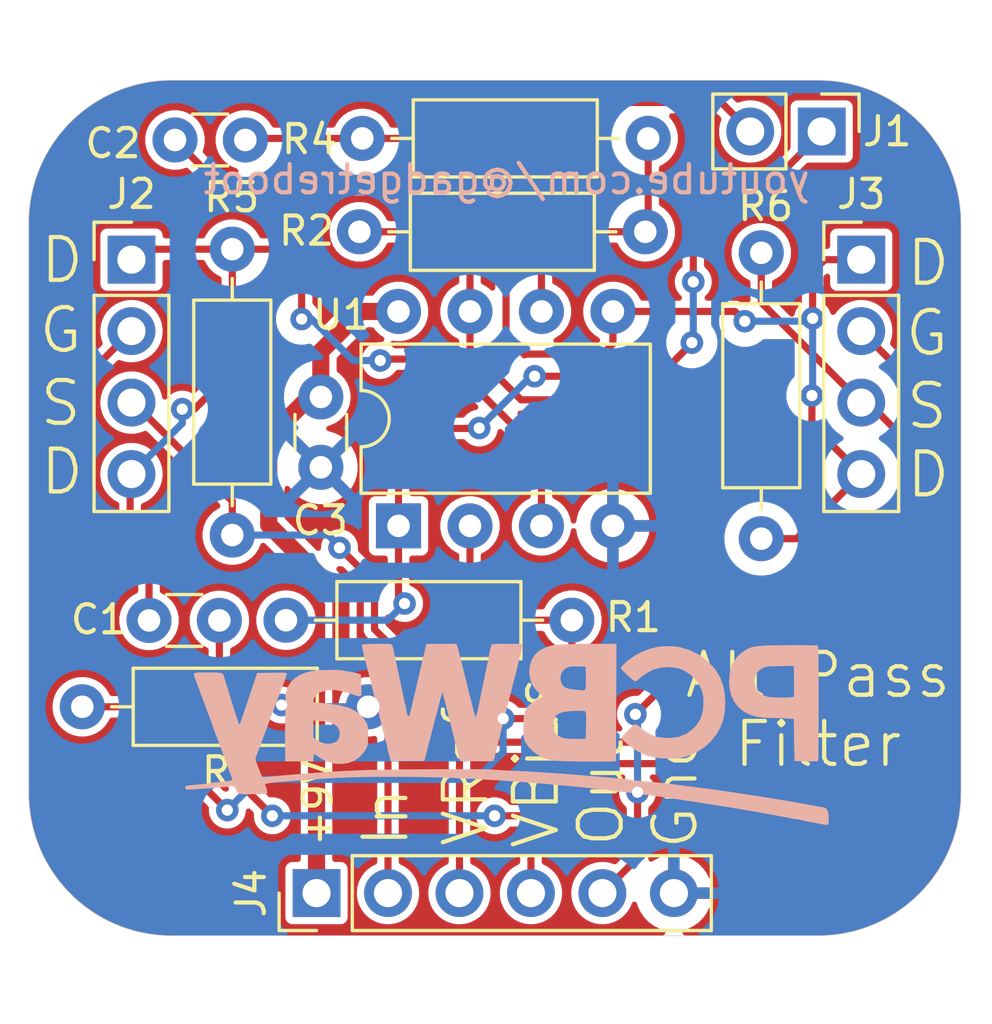
<source format=kicad_pcb>
(kicad_pcb (version 20241229) (generator "pcbnew") (generator_version "9.0")
  (layers (0 "F.Cu" signal) (2 "B.Cu" signal) (13 "F.Paste" user) (15 "B.Paste" user) (5 "F.SilkS" user) (7 "B.SilkS" user) (1 "F.Mask" user) (3 "B.Mask" user) (25 "Edge.Cuts" user))
  (net 0 "")
  (net 1 "GNDREF")
  (net 2 "Net-(J2-Pin_1)")
  (net 3 "VCC")
  (net 4 "Net-(J4-Pin_2)")
  (net 5 "Net-(J1-Pin_2)")
  (net 6 "Net-(J3-Pin_1)")
  (net 7 "Net-(J1-Pin_1)")
  (net 8 "Net-(J2-Pin_3)")
  (net 9 "Net-(J2-Pin_2)")
  (net 10 "Net-(J4-Pin_5)")
  (net 11 "Net-(U1A--)")
  (net 12 "Net-(U1B--)")
  (footprint "Capacitor_THT:C_Disc_D3.0mm_W1.6mm_P2.50mm" (layer "F.Cu") (at 94.790201 85.157 180)
    (property "Reference" "C1" (at 4.298 0.032801 0) (layer "F.SilkS"))
    (property "Value" "47nF")
    (pad "1" thru_hole circle (at 0 0 180) (size 1.6 1.6) (drill 0.8) (layers "*.Cu" "*.Mask") (net 4 "Net-(J4-Pin_2)"))
    (pad "2" thru_hole circle (at 2.5 0 180) (size 1.6 1.6) (drill 0.8) (layers "*.Cu" "*.Mask") (net 2 "Net-(J2-Pin_1)"))
  )
  (footprint "Capacitor_THT:C_Disc_D3.0mm_W1.6mm_P2.50mm" (layer "F.Cu") (at 95.713 68.0826 180)
    (property "Reference" "C2" (at 4.7044 -0.119599 0) (layer "F.SilkS"))
    (property "Value" "47nF")
    (pad "1" thru_hole circle (at 0 0 180) (size 1.6 1.6) (drill 0.8) (layers "*.Cu" "*.Mask") (net 5 "Net-(J1-Pin_2)"))
    (pad "2" thru_hole circle (at 2.5 0 180) (size 1.6 1.6) (drill 0.8) (layers "*.Cu" "*.Mask") (net 6 "Net-(J3-Pin_1)"))
  )
  (footprint "Capacitor_THT:C_Disc_D3.0mm_W1.6mm_P2.50mm" (layer "F.Cu") (at 98.3962 79.7154 90)
    (property "Reference" "C3" (at -1.890799 -0.0172 180) (layer "F.SilkS"))
    (property "Value" "100nF")
    (pad "1" thru_hole circle (at 0 0 90) (size 1.6 1.6) (drill 0.8) (layers "*.Cu" "*.Mask") (net 1 "GNDREF"))
    (pad "2" thru_hole circle (at 2.5 0 90) (size 1.6 1.6) (drill 0.8) (layers "*.Cu" "*.Mask") (net 3 "VCC"))
  )
  (footprint "Resistor_THT:R_Axial_DIN0207_L6.3mm_D2.5mm_P10.16mm_Horizontal" (layer "F.Cu") (at 97.1578 85.149)
    (property "Reference" "R1" (at 12.3444 -0.1012 0) (layer "F.SilkS"))
    (property "Value" "10K")
    (pad "1" thru_hole circle (at 0 0) (size 1.6 1.6) (drill 0.8) (layers "*.Cu" "*.Mask") (net 7 "Net-(J1-Pin_1)"))
    (pad "2" thru_hole oval (at 10.16 0) (size 1.6 1.6) (drill 0.8) (layers "*.Cu" "*.Mask") (net 11 "Net-(U1A--)"))
  )
  (footprint "Resistor_THT:R_Axial_DIN0207_L6.3mm_D2.5mm_P10.16mm_Horizontal" (layer "F.Cu") (at 99.7674 71.3458)
    (property "Reference" "R2" (at -1.8796 -0.0332 0) (layer "F.SilkS"))
    (property "Value" "10K")
    (pad "1" thru_hole circle (at 0 0) (size 1.6 1.6) (drill 0.8) (layers "*.Cu" "*.Mask") (net 10 "Net-(J4-Pin_5)"))
    (pad "2" thru_hole oval (at 10.16 0) (size 1.6 1.6) (drill 0.8) (layers "*.Cu" "*.Mask") (net 12 "Net-(U1B--)"))
  )
  (footprint "Resistor_THT:R_Axial_DIN0207_L6.3mm_D2.5mm_P10.16mm_Horizontal" (layer "F.Cu") (at 89.9186 88.226199)
    (property "Reference" "R3" (at 5.2324 2.303599 0) (layer "F.SilkS"))
    (property "Value" "10K")
    (pad "1" thru_hole circle (at 0 0) (size 1.6 1.6) (drill 0.8) (layers "*.Cu" "*.Mask") (net 11 "Net-(U1A--)"))
    (pad "2" thru_hole oval (at 10.16 0) (size 1.6 1.6) (drill 0.8) (layers "*.Cu" "*.Mask") (net 4 "Net-(J4-Pin_2)"))
  )
  (footprint "Resistor_THT:R_Axial_DIN0207_L6.3mm_D2.5mm_P10.16mm_Horizontal" (layer "F.Cu") (at 110.0302 68.027 180)
    (property "Reference" "R4" (at 12.0396 -0.033201 0) (layer "F.SilkS"))
    (property "Value" "10K")
    (pad "1" thru_hole circle (at 0 0 180) (size 1.6 1.6) (drill 0.8) (layers "*.Cu" "*.Mask") (net 12 "Net-(U1B--)"))
    (pad "2" thru_hole oval (at 10.16 0 180) (size 1.6 1.6) (drill 0.8) (layers "*.Cu" "*.Mask") (net 5 "Net-(J1-Pin_2)"))
  )
  (footprint "Resistor_THT:R_Axial_DIN0207_L6.3mm_D2.5mm_P10.16mm_Horizontal" (layer "F.Cu") (at 95.2482 71.9634 -90)
    (property "Reference" "R5" (at -1.84 0.0184 0) (layer "F.SilkS"))
    (property "Value" "24K")
    (pad "1" thru_hole circle (at 0 0 270) (size 1.6 1.6) (drill 0.8) (layers "*.Cu" "*.Mask") (net 2 "Net-(J2-Pin_1)"))
    (pad "2" thru_hole oval (at 10.16 0 270) (size 1.6 1.6) (drill 0.8) (layers "*.Cu" "*.Mask") (net 8 "Net-(J2-Pin_3)"))
  )
  (footprint "Package_DIP:DIP-8_W7.62mm" (layer "F.Cu") (at 101.157 81.7966 90)
    (property "Reference" "U1" (at 7.4972 -2.0376 180) (layer "F.SilkS"))
    (property "Value" "TL072")
    (pad "1" thru_hole rect (at 0 0 90) (size 1.6 1.6) (drill 0.8) (layers "*.Cu" "*.Mask") (net 7 "Net-(J1-Pin_1)"))
    (pad "2" thru_hole oval (at 0 2.54 90) (size 1.6 1.6) (drill 0.8) (layers "*.Cu" "*.Mask") (net 11 "Net-(U1A--)"))
    (pad "3" thru_hole oval (at 0 5.079999 90) (size 1.6 1.6) (drill 0.8) (layers "*.Cu" "*.Mask") (net 2 "Net-(J2-Pin_1)"))
    (pad "4" thru_hole oval (at 0 7.62 90) (size 1.6 1.6) (drill 0.8) (layers "*.Cu" "*.Mask") (net 1 "GNDREF"))
    (pad "5" thru_hole oval (at 7.62 7.62 90) (size 1.6 1.6) (drill 0.8) (layers "*.Cu" "*.Mask") (net 6 "Net-(J3-Pin_1)"))
    (pad "6" thru_hole oval (at 7.62 5.08 90) (size 1.6 1.6) (drill 0.8) (layers "*.Cu" "*.Mask") (net 12 "Net-(U1B--)"))
    (pad "7" thru_hole oval (at 7.62 2.54 90) (size 1.6 1.6) (drill 0.8) (layers "*.Cu" "*.Mask") (net 10 "Net-(J4-Pin_5)"))
    (pad "8" thru_hole oval (at 7.62 0 90) (size 1.6 1.6) (drill 0.8) (layers "*.Cu" "*.Mask") (net 3 "VCC"))
  )
  (footprint "Resistor_THT:R_Axial_DIN0207_L6.3mm_D2.5mm_P10.16mm_Horizontal" (layer "F.Cu") (at 114.0494 82.2518 90)
    (property "Reference" "R6" (at 11.813199 0.1556 180) (layer "F.SilkS"))
    (property "Value" "24K")
    (pad "1" thru_hole circle (at 0 0 90) (size 1.6 1.6) (drill 0.8) (layers "*.Cu" "*.Mask") (net 6 "Net-(J3-Pin_1)"))
    (pad "2" thru_hole oval (at 10.16 0 90) (size 1.6 1.6) (drill 0.8) (layers "*.Cu" "*.Mask") (net 8 "Net-(J2-Pin_3)"))
  )
  (footprint "Connector_PinHeader_2.54mm:PinHeader_1x02_P2.54mm_Vertical" (layer "F.Cu") (at 116.1966 67.780599 -90)
    (property "Reference" "J1" (at 0 -2.33 180) (layer "F.SilkS"))
    (property "Value" "Conn_01x02")
    (pad "1" thru_hole rect (at 0 0 270) (size 1.7 1.7) (drill 1) (layers "*.Cu" "*.Mask") (net 7 "Net-(J1-Pin_1)"))
    (pad "2" thru_hole oval (at 0 2.54 270) (size 1.7 1.7) (drill 1) (layers "*.Cu" "*.Mask") (net 5 "Net-(J1-Pin_2)"))
  )
  (footprint "Connector_PinHeader_2.54mm:PinHeader_1x06_P2.54mm_Vertical" (layer "F.Cu") (at 98.2434 94.8474 90)
    (property "Reference" "J4" (at 0 -2.33 90) (layer "F.SilkS"))
    (property "Value" "Conn_01x06")
    (pad "1" thru_hole rect (at 0 0 90) (size 1.7 1.7) (drill 1) (layers "*.Cu" "*.Mask") (net 3 "VCC"))
    (pad "2" thru_hole oval (at 0 2.54 90) (size 1.7 1.7) (drill 1) (layers "*.Cu" "*.Mask") (net 4 "Net-(J4-Pin_2)"))
    (pad "3" thru_hole oval (at 0 5.079999 90) (size 1.7 1.7) (drill 1) (layers "*.Cu" "*.Mask") (net 8 "Net-(J2-Pin_3)"))
    (pad "4" thru_hole oval (at 0 7.62 90) (size 1.7 1.7) (drill 1) (layers "*.Cu" "*.Mask") (net 9 "Net-(J2-Pin_2)"))
    (pad "5" thru_hole oval (at 0 10.16 90) (size 1.7 1.7) (drill 1) (layers "*.Cu" "*.Mask") (net 10 "Net-(J4-Pin_5)"))
    (pad "6" thru_hole oval (at 0 12.7 90) (size 1.7 1.7) (drill 1) (layers "*.Cu" "*.Mask") (net 1 "GNDREF"))
  )
  (footprint "Connector_PinHeader_2.54mm:PinHeader_1x04_P2.54mm_Vertical" (layer "F.Cu") (at 117.6018 72.3354)
    (property "Reference" "J3" (at 0 -2.33 0) (layer "F.SilkS"))
    (property "Value" "Conn_01x04")
    (pad "1" thru_hole rect (at 0 0) (size 1.7 1.7) (drill 1) (layers "*.Cu" "*.Mask") (net 6 "Net-(J3-Pin_1)"))
    (pad "2" thru_hole oval (at 0 2.54) (size 1.7 1.7) (drill 1) (layers "*.Cu" "*.Mask") (net 9 "Net-(J2-Pin_2)"))
    (pad "3" thru_hole oval (at 0 5.08) (size 1.7 1.7) (drill 1) (layers "*.Cu" "*.Mask") (net 8 "Net-(J2-Pin_3)"))
    (pad "4" thru_hole oval (at 0 7.62) (size 1.7 1.7) (drill 1) (layers "*.Cu" "*.Mask") (net 6 "Net-(J3-Pin_1)"))
  )
  (footprint "Connector_PinHeader_2.54mm:PinHeader_1x04_P2.54mm_Vertical" (layer "F.Cu") (at 91.666599 72.3354)
    (property "Reference" "J2" (at 0 -2.33 0) (layer "F.SilkS"))
    (property "Value" "Conn_01x04")
    (pad "1" thru_hole rect (at 0 0) (size 1.7 1.7) (drill 1) (layers "*.Cu" "*.Mask") (net 2 "Net-(J2-Pin_1)"))
    (pad "2" thru_hole oval (at 0 2.54) (size 1.7 1.7) (drill 1) (layers "*.Cu" "*.Mask") (net 9 "Net-(J2-Pin_2)"))
    (pad "3" thru_hole oval (at 0 5.079999) (size 1.7 1.7) (drill 1) (layers "*.Cu" "*.Mask") (net 8 "Net-(J2-Pin_3)"))
    (pad "4" thru_hole oval (at 0 7.62) (size 1.7 1.7) (drill 1) (layers "*.Cu" "*.Mask") (net 2 "Net-(J2-Pin_1)"))
  )
  (footprint "_Custom_Footprints:pcb way logo" (layer "B.Cu") (at 105.0096 89.8834 180)
    (property "Reference" "G***" (hide yes))
    (property "Value" "LOGO" (hide yes))
  )
  (gr_arc (start 121.15 91.284) (mid 119.662102 94.876102) (end 116.07 96.364) (stroke (width 0.0254)) (layer "Edge.Cuts"))
  (gr_arc (start 93.091 96.364) (mid 89.498898 94.876102) (end 88.011 91.284) (stroke (width 0.0254)) (layer "Edge.Cuts"))
  (gr_line (start 116.07 96.364) (end 93.091 96.364) (stroke (width 0.0254)) (layer "Edge.Cuts"))
  (gr_line (start 88.011 91.284) (end 88.011 71.038) (stroke (width 0.0254)) (layer "Edge.Cuts"))
  (gr_line (start 93.091 65.958) (end 116.07 65.958) (stroke (width 0.0254)) (layer "Edge.Cuts"))
  (gr_line (start 121.151 71.035) (end 121.151 91.281) (stroke (width 0.0254)) (layer "Edge.Cuts"))
  (gr_arc (start 88.011 71.0362) (mid 89.498898 67.444098) (end 93.091 65.9562) (stroke (width 0.0254)) (layer "Edge.Cuts"))
  (gr_arc (start 116.07 65.9562) (mid 119.662102 67.444098) (end 121.15 71.0362) (stroke (width 0.0254)) (layer "Edge.Cuts"))
  (gr_text "In" (at 100.7036 92.154 90) (layer "F.SilkS") (effects (font (size 1.524 1.524))))
  (gr_text "VRef" (at 103.5592 90.6808 90) (layer "F.SilkS") (effects (font (size 1.524 1.524))))
  (gr_text "Out" (at 108.3544 91.267 90) (layer "F.SilkS") (effects (font (size 1.524 1.524))))
  (gr_text "Gnd" (at 110.991 91.1678 90) (layer "F.SilkS") (effects (font (size 1.5 1.5))))
  (gr_text "+9V" (at 98.2906 93.263 90) (layer "F.SilkS") (effects (font (size 1 1)) (justify left)))
  (gr_text "All Pass\nFilter" (at 116.0672 88.329 0) (layer "F.SilkS") (effects (font (size 1.524 1.524))))
  (gr_text "D" (at 119.9868 79.9772 0) (layer "F.SilkS") (effects (font (size 1.524 1.524))))
  (gr_text "G" (at 89.1512 74.8464 0) (layer "F.SilkS") (effects (font (size 1.524 1.524))))
  (gr_text "S" (at 89.1512 77.4372 0) (layer "F.SilkS") (effects (font (size 1.524 1.524))))
  (gr_text "VBias" (at 106.0484 90.1728 90) (layer "F.SilkS") (effects (font (size 1.524 1.524))))
  (gr_text "D" (at 89.202 72.3572 0) (layer "F.SilkS") (effects (font (size 1.524 1.524))))
  (gr_text "S" (at 119.936 77.5388 0) (layer "F.SilkS") (effects (font (size 1.524 1.524))))
  (gr_text "G" (at 119.936 74.948 0) (layer "F.SilkS") (effects (font (size 1.524 1.524))))
  (gr_text "D" (at 89.202 79.8756 0) (layer "F.SilkS") (effects (font (size 1.524 1.524))))
  (gr_text "D" (at 119.9868 72.4588 0) (layer "F.SilkS") (effects (font (size 1.524 1.524))))
  (gr_text "youtube.com/@gadgetreboot" (at 105.0008 69.487 0) (layer "B.SilkS") (effects (font (size 1 1)) (justify mirror)))
  (segment (start 106.236999 79.236799) (end 106.236999 81.7966) (width 0.254) (layer "F.Cu") (net 2))
  (segment (start 91.6178 81.661) (end 91.6178 80.004199) (width 0.254) (layer "F.Cu") (net 2))
  (segment (start 97.7138 73.0504) (end 96.6268 71.9634) (width 0.254) (layer "F.Cu") (net 2))
  (segment (start 97.7138 74.4474) (end 97.7138 73.0504) (width 0.254) (layer "F.Cu") (net 2))
  (segment (start 92.290201 82.333401) (end 91.6178 81.661) (width 0.254) (layer "F.Cu") (net 2))
  (segment (start 100.5586 75.8698) (end 102.87 75.8698) (width 0.254) (layer "F.Cu") (net 2))
  (segment (start 91.6178 80.004199) (end 91.666599 79.9554) (width 0.254) (layer "F.Cu") (net 2))
  (segment (start 95.25 71.9652) (end 95.2482 71.9634) (width 0.254) (layer "F.Cu") (net 2))
  (segment (start 93.472 77.6478) (end 93.9038 77.6478) (width 0.254) (layer "F.Cu") (net 2))
  (segment (start 100.5078 75.9206) (end 100.5586 75.8698) (width 0.254) (layer "F.Cu") (net 2))
  (segment (start 95.2482 71.9634) (end 92.038599 71.9634) (width 0.254) (layer "F.Cu") (net 2))
  (segment (start 96.6268 71.9634) (end 95.2482 71.9634) (width 0.254) (layer "F.Cu") (net 2))
  (segment (start 92.290201 85.157) (end 92.290201 82.333401) (width 0.254) (layer "F.Cu") (net 2))
  (segment (start 92.038599 71.9634) (end 91.666599 72.3354) (width 0.254) (layer "F.Cu") (net 2))
  (segment (start 93.9038 77.6478) (end 95.25 76.3016) (width 0.254) (layer "F.Cu") (net 2))
  (segment (start 102.87 75.8698) (end 106.236999 79.236799) (width 0.254) (layer "F.Cu") (net 2))
  (segment (start 95.25 76.3016) (end 95.25 71.9652) (width 0.254) (layer "F.Cu") (net 2))
  (via (at 93.472 77.6478) (size 0.8) (drill 0.4) (layers "F.Cu" "B.Cu") (net 2))
  (via (at 97.7138 74.4474) (size 0.8) (drill 0.4) (layers "F.Cu" "B.Cu") (net 2))
  (via (at 100.5078 75.9206) (size 0.8) (drill 0.4) (layers "F.Cu" "B.Cu") (net 2))
  (segment (start 100.5078 75.9206) (end 99.5426 75.9206) (width 0.254) (layer "B.Cu") (net 2))
  (segment (start 93.472 78.149999) (end 91.666599 79.9554) (width 0.254) (layer "B.Cu") (net 2))
  (segment (start 98.0694 74.4474) (end 97.7138 74.4474) (width 0.254) (layer "B.Cu") (net 2))
  (segment (start 93.472 77.6478) (end 93.472 78.149999) (width 0.254) (layer "B.Cu") (net 2))
  (segment (start 99.5426 75.9206) (end 98.0694 74.4474) (width 0.254) (layer "B.Cu") (net 2))
  (segment (start 99.1108 86.487) (end 99.1108 84.328) (width 0.6096) (layer "F.Cu") (net 3))
  (segment (start 99.1108 84.328) (end 96.5454 81.7626) (width 0.6096) (layer "F.Cu") (net 3))
  (segment (start 98.2434 94.8474) (end 98.2434 87.3544) (width 0.6096) (layer "F.Cu") (net 3))
  (segment (start 98.2434 87.3544) (end 99.1108 86.487) (width 0.6096) (layer "F.Cu") (net 3))
  (segment (start 96.5454 81.7626) (end 96.5454 78.6638) (width 0.6096) (layer "F.Cu") (net 3))
  (segment (start 99.8134 74.1766) (end 98.3962 75.5938) (width 0.6096) (layer "F.Cu") (net 3))
  (segment (start 101.157 74.1766) (end 99.8134 74.1766) (width 0.6096) (layer "F.Cu") (net 3))
  (segment (start 96.5454 78.6638) (end 97.9938 77.2154) (width 0.6096) (layer "F.Cu") (net 3))
  (segment (start 98.3962 75.5938) (end 98.3962 77.2154) (width 0.6096) (layer "F.Cu") (net 3))
  (segment (start 97.9938 77.2154) (end 98.3962 77.2154) (width 0.6096) (layer "F.Cu") (net 3))
  (segment (start 95.9866 88.1634) (end 94.790201 86.967001) (width 0.254) (layer "F.Cu") (net 4))
  (segment (start 97.0026 88.1634) (end 95.9866 88.1634) (width 0.254) (layer "F.Cu") (net 4))
  (segment (start 100.7834 88.930999) (end 100.0786 88.226199) (width 0.254) (layer "F.Cu") (net 4))
  (segment (start 100.7834 94.8474) (end 100.7834 88.930999) (width 0.254) (layer "F.Cu") (net 4))
  (segment (start 94.790201 86.967001) (end 94.790201 85.157) (width 0.254) (layer "F.Cu") (net 4))
  (via (at 97.0026 88.1634) (size 0.8) (drill 0.4) (layers "F.Cu" "B.Cu") (net 4))
  (segment (start 100.0786 88.226199) (end 97.065399 88.226199) (width 0.254) (layer "B.Cu") (net 4))
  (segment (start 97.065399 88.226199) (end 97.0026 88.1634) (width 0.254) (layer "B.Cu") (net 4))
  (segment (start 99.8702 68.027) (end 95.7686 68.027) (width 0.254) (layer "F.Cu") (net 5))
  (segment (start 107.2584 68.027) (end 108.5342 66.7512) (width 0.254) (layer "F.Cu") (net 5))
  (segment (start 112.627201 66.7512) (end 113.6566 67.780599) (width 0.254) (layer "F.Cu") (net 5))
  (segment (start 108.5342 66.7512) (end 112.627201 66.7512) (width 0.254) (layer "F.Cu") (net 5))
  (segment (start 99.8702 68.027) (end 107.2584 68.027) (width 0.254) (layer "F.Cu") (net 5))
  (segment (start 95.7686 68.027) (end 95.713 68.0826) (width 0.254) (layer "F.Cu") (net 5))
  (segment (start 114.0494 82.2518) (end 115.3054 82.2518) (width 0.254) (layer "F.Cu") (net 6))
  (segment (start 108.777 75.3222) (end 108.777 74.1766) (width 0.254) (layer "F.Cu") (net 6))
  (segment (start 108.4072 75.692) (end 108.777 75.3222) (width 0.254) (layer "F.Cu") (net 6))
  (segment (start 115.8494 77.1652) (end 115.8494 78.203) (width 0.254) (layer "F.Cu") (net 6))
  (segment (start 104.9782 71.6534) (end 104.9782 75.057) (width 0.254) (layer "F.Cu") (net 6))
  (segment (start 93.213 68.0826) (end 94.8026 69.6722) (width 0.254) (layer "F.Cu") (net 6))
  (segment (start 108.777 74.1766) (end 113.1148 74.1766) (width 0.254) (layer "F.Cu") (net 6))
  (segment (start 116.3104 72.3354) (end 115.8748 72.771) (width 0.254) (layer "F.Cu") (net 6))
  (segment (start 115.3054 82.2518) (end 117.6018 79.9554) (width 0.254) (layer "F.Cu") (net 6))
  (segment (start 115.8494 78.203) (end 117.6018 79.9554) (width 0.254) (layer "F.Cu") (net 6))
  (segment (start 115.8748 72.771) (end 115.8748 74.422) (width 0.254) (layer "F.Cu") (net 6))
  (segment (start 105.6386 75.7174) (end 105.664 75.692) (width 0.254) (layer "F.Cu") (net 6))
  (segment (start 102.997 69.6722) (end 104.9782 71.6534) (width 0.254) (layer "F.Cu") (net 6))
  (segment (start 113.1148 74.1766) (end 113.4618 74.5236) (width 0.254) (layer "F.Cu") (net 6))
  (segment (start 105.664 75.692) (end 108.4072 75.692) (width 0.254) (layer "F.Cu") (net 6))
  (segment (start 117.6018 72.3354) (end 116.3104 72.3354) (width 0.254) (layer "F.Cu") (net 6))
  (segment (start 104.9782 75.057) (end 105.6386 75.7174) (width 0.254) (layer "F.Cu") (net 6))
  (segment (start 94.8026 69.6722) (end 102.997 69.6722) (width 0.254) (layer "F.Cu") (net 6))
  (via (at 113.4618 74.5236) (size 0.8) (drill 0.4) (layers "F.Cu" "B.Cu") (net 6))
  (via (at 115.8748 74.422) (size 0.8) (drill 0.4) (layers "F.Cu" "B.Cu") (net 6))
  (via (at 115.8494 77.1652) (size 0.8) (drill 0.4) (layers "F.Cu" "B.Cu") (net 6))
  (segment (start 115.7732 74.5236) (end 115.8748 74.422) (width 0.254) (layer "B.Cu") (net 6))
  (segment (start 115.8748 74.422) (end 115.8748 77.1398) (width 0.254) (layer "B.Cu") (net 6))
  (segment (start 115.8748 77.1398) (end 115.8494 77.1652) (width 0.254) (layer "B.Cu") (net 6))
  (segment (start 113.4618 74.5236) (end 115.7732 74.5236) (width 0.254) (layer "B.Cu") (net 6))
  (segment (start 112.5474 69.6976) (end 112.5474 69.7484) (width 0.254) (layer "F.Cu") (net 7))
  (segment (start 111.5822 75.2856) (end 111.5822 75.311) (width 0.254) (layer "F.Cu") (net 7))
  (segment (start 112.5474 69.7484) (end 111.8616 70.4342) (width 0.254) (layer "F.Cu") (net 7))
  (segment (start 111.5822 75.311) (end 111.0488 75.8444) (width 0.254) (layer "F.Cu") (net 7))
  (segment (start 101.3714 84.5566) (end 101.157 84.3422) (width 0.254) (layer "F.Cu") (net 7))
  (segment (start 102.997 78.3336) (end 101.157 80.1736) (width 0.254) (layer "F.Cu") (net 7))
  (segment (start 101.157 84.3422) (end 101.157 81.7966) (width 0.254) (layer "F.Cu") (net 7))
  (segment (start 116.1966 67.780599) (end 116.1966 67.8264) (width 0.254) (layer "F.Cu") (net 7))
  (segment (start 114.7572 69.2658) (end 114.3254 69.6976) (width 0.254) (layer "F.Cu") (net 7))
  (segment (start 110.4138 76.4794) (end 105.9942 76.4794) (width 0.254) (layer "F.Cu") (net 7))
  (segment (start 104.013 78.3336) (end 102.997 78.3336) (width 0.254) (layer "F.Cu") (net 7))
  (segment (start 111.8616 70.4342) (end 111.633 70.6628) (width 0.254) (layer "F.Cu") (net 7))
  (segment (start 101.157 80.1736) (end 101.157 81.7966) (width 0.254) (layer "F.Cu") (net 7))
  (segment (start 111.0488 75.8444) (end 110.4138 76.4794) (width 0.254) (layer "F.Cu") (net 7))
  (segment (start 104.0257 78.3209) (end 104.013 78.3336) (width 0.254) (layer "F.Cu") (net 7))
  (segment (start 111.633 70.6628) (end 111.633 73.1266) (width 0.254) (layer "F.Cu") (net 7))
  (segment (start 116.1966 67.8264) (end 114.7572 69.2658) (width 0.254) (layer "F.Cu") (net 7))
  (segment (start 114.3254 69.6976) (end 112.5474 69.6976) (width 0.254) (layer "F.Cu") (net 7))
  (via (at 105.9942 76.4794) (size 0.8) (drill 0.4) (layers "F.Cu" "B.Cu") (net 7))
  (via (at 111.5822 75.2856) (size 0.8) (drill 0.4) (layers "F.Cu" "B.Cu") (net 7))
  (via (at 104.0257 78.3209) (size 0.8) (drill 0.4) (layers "F.Cu" "B.Cu") (net 7))
  (via (at 111.633 73.1266) (size 0.8) (drill 0.4) (layers "F.Cu" "B.Cu") (net 7))
  (via (at 101.3714 84.5566) (size 0.8) (drill 0.4) (layers "F.Cu" "B.Cu") (net 7))
  (segment (start 105.8672 76.4794) (end 105.9942 76.4794) (width 0.254) (layer "B.Cu") (net 7))
  (segment (start 111.633 73.1266) (end 111.633 75.2348) (width 0.254) (layer "B.Cu") (net 7))
  (segment (start 100.779 85.149) (end 101.3714 84.5566) (width 0.254) (layer "B.Cu") (net 7))
  (segment (start 104.0257 78.3209) (end 105.8672 76.4794) (width 0.254) (layer "B.Cu") (net 7))
  (segment (start 111.633 75.2348) (end 111.5822 75.2856) (width 0.254) (layer "B.Cu") (net 7))
  (segment (start 97.1578 85.149) (end 100.779 85.149) (width 0.254) (layer "B.Cu") (net 7))
  (segment (start 117.8522 77.4154) (end 119.1006 78.6638) (width 0.254) (layer "F.Cu") (net 8))
  (segment (start 100.3046 85.471) (end 103.323399 88.489799) (width 0.254) (layer "F.Cu") (net 8))
  (segment (start 95.2482 80.9226) (end 95.2482 82.1234) (width 0.254) (layer "F.Cu") (net 8))
  (segment (start 99.06 82.5754) (end 100.3046 83.82) (width 0.254) (layer "F.Cu") (net 8))
  (segment (start 91.666599 77.415399) (end 91.740999 77.415399) (width 0.254) (layer "F.Cu") (net 8))
  (segment (start 91.740999 77.415399) (end 95.2482 80.9226) (width 0.254) (layer "F.Cu") (net 8))
  (segment (start 117.6018 77.4154) (end 114.0494 73.863) (width 0.254) (layer "F.Cu") (net 8))
  (segment (start 119.1006 78.6638) (end 119.1006 83.0326) (width 0.254) (layer "F.Cu") (net 8))
  (segment (start 100.3046 83.82) (end 100.3046 85.471) (width 0.254) (layer "F.Cu") (net 8))
  (segment (start 117.6018 77.4154) (end 117.8522 77.4154) (width 0.254) (layer "F.Cu") (net 8))
  (segment (start 103.323399 88.489799) (end 103.323399 89.4842) (width 0.254) (layer "F.Cu") (net 8))
  (segment (start 103.323399 94.8474) (end 103.323399 89.4842) (width 0.254) (layer "F.Cu") (net 8))
  (segment (start 112.649 89.4842) (end 103.323399 89.4842) (width 0.254) (layer "F.Cu") (net 8))
  (segment (start 119.1006 83.0326) (end 112.649 89.4842) (width 0.254) (layer "F.Cu") (net 8))
  (segment (start 114.0494 73.863) (end 114.0494 72.0918) (width 0.254) (layer "F.Cu") (net 8))
  (via (at 99.06 82.5754) (size 0.8) (drill 0.4) (layers "F.Cu" "B.Cu") (net 8))
  (segment (start 98.6588 82.1234) (end 95.2482 82.1234) (width 0.254) (layer "B.Cu") (net 8))
  (segment (start 99.06 82.5246) (end 98.6588 82.1234) (width 0.254) (layer "B.Cu") (net 8))
  (segment (start 99.06 82.5754) (end 99.06 82.5246) (width 0.254) (layer "B.Cu") (net 8))
  (segment (start 105.8634 92.1258) (end 105.8634 91.0374) (width 0.254) (layer "F.Cu") (net 9))
  (segment (start 105.8634 94.8474) (end 105.8634 92.1258) (width 0.254) (layer "F.Cu") (net 9))
  (segment (start 89.8398 76.702199) (end 89.8398 85.2678) (width 0.254) (layer "F.Cu") (net 9))
  (segment (start 119.888 83.2104) (end 119.888 77.1616) (width 0.254) (layer "F.Cu") (net 9))
  (segment (start 105.838 92.1004) (end 105.8634 92.1258) (width 0.254) (layer "F.Cu") (net 9))
  (segment (start 91.666599 74.8754) (end 89.8398 76.702199) (width 0.254) (layer "F.Cu") (net 9))
  (segment (start 106.6546 90.2462) (end 112.8522 90.2462) (width 0.254) (layer "F.Cu") (net 9))
  (segment (start 119.888 77.1616) (end 117.6018 74.8754) (width 0.254) (layer "F.Cu") (net 9))
  (segment (start 105.8634 91.0374) (end 106.6546 90.2462) (width 0.254) (layer "F.Cu") (net 9))
  (segment (start 89.8398 85.2678) (end 96.6724 92.1004) (width 0.254) (layer "F.Cu") (net 9))
  (segment (start 112.8522 90.2462) (end 119.888 83.2104) (width 0.254) (layer "F.Cu") (net 9))
  (segment (start 104.5718 92.1004) (end 105.838 92.1004) (width 0.254) (layer "F.Cu") (net 9))
  (via (at 104.5718 92.1004) (size 0.8) (drill 0.4) (layers "F.Cu" "B.Cu") (net 9))
  (via (at 96.6724 92.1004) (size 0.8) (drill 0.4) (layers "F.Cu" "B.Cu") (net 9))
  (segment (start 96.6724 92.1004) (end 104.5718 92.1004) (width 0.254) (layer "B.Cu") (net 9))
  (segment (start 102.41 71.3458) (end 103.697 72.6328) (width 0.254) (layer "F.Cu") (net 10))
  (segment (start 109.5756 88.4936) (end 111.0488 87.0204) (width 0.254) (layer "F.Cu") (net 10))
  (segment (start 105.5116 77.3176) (end 103.697 75.503) (width 0.254) (layer "F.Cu") (net 10))
  (segment (start 108.4034 94.8474) (end 109.6518 93.599) (width 0.254) (layer "F.Cu") (net 10))
  (segment (start 111.0488 78.9178) (end 109.4486 77.3176) (width 0.254) (layer "F.Cu") (net 10))
  (segment (start 109.4486 77.3176) (end 105.5116 77.3176) (width 0.254) (layer "F.Cu") (net 10))
  (segment (start 103.697 75.503) (end 103.697 74.1766) (width 0.254) (layer "F.Cu") (net 10))
  (segment (start 103.697 72.6328) (end 103.697 74.1766) (width 0.254) (layer "F.Cu") (net 10))
  (segment (start 99.7674 71.3458) (end 102.41 71.3458) (width 0.254) (layer "F.Cu") (net 10))
  (segment (start 109.6518 93.599) (end 109.6518 91.2622) (width 0.254) (layer "F.Cu") (net 10))
  (segment (start 111.0488 87.0204) (end 111.0488 78.9178) (width 0.254) (layer "F.Cu") (net 10))
  (via (at 109.6518 91.2622) (size 0.8) (drill 0.4) (layers "F.Cu" "B.Cu") (net 10))
  (via (at 109.5756 88.4936) (size 0.8) (drill 0.4) (layers "F.Cu" "B.Cu") (net 10))
  (segment (start 109.6518 91.2622) (end 109.6518 88.5698) (width 0.254) (layer "B.Cu") (net 10))
  (segment (start 109.6518 88.5698) (end 109.5756 88.4936) (width 0.254) (layer "B.Cu") (net 10))
  (segment (start 89.9186 88.226199) (end 91.401199 88.226199) (width 0.254) (layer "F.Cu") (net 11))
  (segment (start 91.401199 88.226199) (end 95.0722 91.8972) (width 0.254) (layer "F.Cu") (net 11))
  (segment (start 107.3178 85.149) (end 104.9864 85.149) (width 0.254) (layer "F.Cu") (net 11))
  (segment (start 107.3178 87.5764) (end 107.3178 85.149) (width 0.254) (layer "F.Cu") (net 11))
  (segment (start 104.8766 88.646) (end 106.2482 88.646) (width 0.254) (layer "F.Cu") (net 11))
  (segment (start 104.9864 85.149) (end 103.697 83.8596) (width 0.254) (layer "F.Cu") (net 11))
  (segment (start 106.2482 88.646) (end 107.3178 87.5764) (width 0.254) (layer "F.Cu") (net 11))
  (segment (start 103.697 83.8596) (end 103.697 81.7966) (width 0.254) (layer "F.Cu") (net 11))
  (via (at 95.0722 91.8972) (size 0.8) (drill 0.4) (layers "F.Cu" "B.Cu") (net 11))
  (via (at 104.8766 88.646) (size 0.8) (drill 0.4) (layers "F.Cu" "B.Cu") (net 11))
  (segment (start 95.0722 91.8972) (end 96.1644 90.805) (width 0.254) (layer "B.Cu") (net 11))
  (segment (start 102.489 90.805) (end 103.9114 90.805) (width 0.254) (layer "B.Cu") (net 11))
  (segment (start 104.8766 89.8398) (end 104.8766 88.646) (width 0.254) (layer "B.Cu") (net 11))
  (segment (start 104.2924 90.424) (end 104.8766 89.8398) (width 0.254) (layer "B.Cu") (net 11))
  (segment (start 96.1644 90.805) (end 102.489 90.805) (width 0.254) (layer "B.Cu") (net 11))
  (segment (start 103.9114 90.805) (end 104.2924 90.424) (width 0.254) (layer "B.Cu") (net 11))
  (segment (start 110.0302 71.243) (end 109.9274 71.3458) (width 0.254) (layer "F.Cu") (net 12))
  (segment (start 106.237 72.4774) (end 107.3686 71.3458) (width 0.254) (layer "F.Cu") (net 12))
  (segment (start 106.237 74.1766) (end 106.237 72.4774) (width 0.254) (layer "F.Cu") (net 12))
  (segment (start 107.3686 71.3458) (end 109.9274 71.3458) (width 0.254) (layer "F.Cu") (net 12))
  (segment (start 110.0302 68.027) (end 110.0302 71.243) (width 0.254) (layer "F.Cu") (net 12))
  (zone (net 1) (net_name "GNDREF") (layer "F.Cu") (connect_pads (clearance 0.254)) (min_thickness 0.2032) (fill yes (thermal_gap 0.508) (thermal_bridge_width 0.4064))
    (polygon (pts (xy 87.935444 65.890953) (xy 121.576463 65.710674) (xy 121.373226 96.944224) (xy 87.74176 97.01022)))
  )
  (zone (net 1) (net_name "GNDREF") (layer "B.Cu") (connect_pads (clearance 0.508)) (min_thickness 0.2032) (fill yes (thermal_gap 0.762) (thermal_bridge_width 0.4064))
    (polygon (pts (xy 87.867686 65.476338) (xy 121.698699 65.808591) (xy 121.887945 97.219135) (xy 88.01354 97.01657)))
  )
)
</source>
